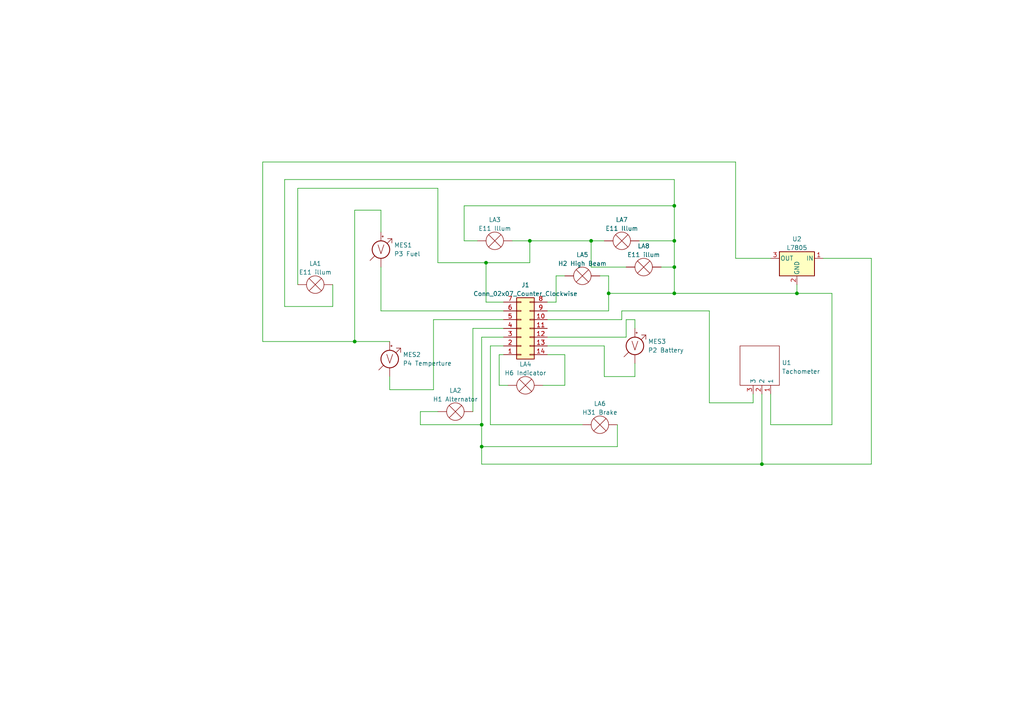
<source format=kicad_sch>
(kicad_sch (version 20211123) (generator eeschema)
  (paper "A4")
  (lib_symbols
    (symbol "Connector_Generic:Conn_02x07_Counter_Clockwise" (pin_names (offset 1.016) hide)
      (property "Reference" "J" (at 1.27 10.16 0))
      (property "Value" "Conn_02x07_Counter_Clockwise" (at 1.27 -10.16 0))
      (symbol "Conn_02x07_Counter_Clockwise_1_1"
        (rectangle (start -1.27 -7.493) (end 0 -7.747) (stroke (width 0.1524)))
        (rectangle (start -1.27 -4.953) (end 0 -5.207) (stroke (width 0.1524)))
        (rectangle (start -1.27 -2.413) (end 0 -2.667) (stroke (width 0.1524)))
        (rectangle (start -1.27 0.127) (end 0 -0.127) (stroke (width 0.1524)))
        (rectangle (start -1.27 2.667) (end 0 2.413) (stroke (width 0.1524)))
        (rectangle (start -1.27 5.207) (end 0 4.953) (stroke (width 0.1524)))
        (rectangle (start -1.27 7.747) (end 0 7.493) (stroke (width 0.1524)))
        (rectangle (start -1.27 8.89) (end 3.81 -8.89) (stroke (width 0.254)) (fill (type background)))
        (rectangle (start 3.81 -7.493) (end 2.54 -7.747) (stroke (width 0.1524)))
        (rectangle (start 3.81 -4.953) (end 2.54 -5.207) (stroke (width 0.1524)))
        (rectangle (start 3.81 -2.413) (end 2.54 -2.667) (stroke (width 0.1524)))
        (rectangle (start 3.81 0.127) (end 2.54 -0.127) (stroke (width 0.1524)))
        (rectangle (start 3.81 2.667) (end 2.54 2.413) (stroke (width 0.1524)))
        (rectangle (start 3.81 5.207) (end 2.54 4.953) (stroke (width 0.1524)))
        (rectangle (start 3.81 7.747) (end 2.54 7.493) (stroke (width 0.1524)))
        (pin passive line (at -5.08 7.62 0) (length 3.81) (name "Pin_1") (number "1"))
        (pin passive line (at 7.62 -2.54 180) (length 3.81) (name "Pin_10") (number "10"))
        (pin passive line (at 7.62 0 180) (length 3.81) (name "Pin_11") (number "11"))
        (pin passive line (at 7.62 2.54 180) (length 3.81) (name "Pin_12") (number "12"))
        (pin passive line (at 7.62 5.08 180) (length 3.81) (name "Pin_13") (number "13"))
        (pin passive line (at 7.62 7.62 180) (length 3.81) (name "Pin_14") (number "14"))
        (pin passive line (at -5.08 5.08 0) (length 3.81) (name "Pin_2") (number "2"))
        (pin passive line (at -5.08 2.54 0) (length 3.81) (name "Pin_3") (number "3"))
        (pin passive line (at -5.08 0 0) (length 3.81) (name "Pin_4") (number "4"))
        (pin passive line (at -5.08 -2.54 0) (length 3.81) (name "Pin_5") (number "5"))
        (pin passive line (at -5.08 -5.08 0) (length 3.81) (name "Pin_6") (number "6"))
        (pin passive line (at -5.08 -7.62 0) (length 3.81) (name "Pin_7") (number "7"))
        (pin passive line (at 7.62 -7.62 180) (length 3.81) (name "Pin_8") (number "8"))
        (pin passive line (at 7.62 -5.08 180) (length 3.81) (name "Pin_9") (number "9"))
      )
    )
    (symbol "Device:Lamp" (pin_numbers hide) (pin_names (offset 0.0254) hide)
      (property "Reference" "LA" (at 0.635 3.81 0))
      (property "Value" "Lamp" (at 0.635 -3.81 0))
      (symbol "Lamp_0_1"
        (polyline (pts (xy -1.778 1.778) (xy 1.778 -1.778)))
        (polyline (pts (xy 1.778 1.778) (xy -1.778 -1.778)))
        (circle (center 0 0) (radius 2.54))
      )
      (symbol "Lamp_1_1"
        (pin passive line (at 0 -5.08 90) (length 2.54) (name "-") (number "1"))
        (pin passive line (at 0 5.08 270) (length 2.54) (name "+") (number "2"))
      )
    )
    (symbol "Device:Voltmeter_DC" (pin_numbers hide) (pin_names (offset 0.0254) hide)
      (property "Reference" "MES" (at -3.302 1.016 0))
      (property "Value" "Voltmeter_DC" (at -3.302 -0.762 0))
      (symbol "Voltmeter_DC_0_0"
        (polyline (pts (xy -3.175 -3.175) (xy -1.905 -1.905)))
        (polyline (pts (xy 1.905 1.905) (xy 3.175 3.175)))
        (polyline (pts (xy 1.905 3.175) (xy 3.175 3.175) (xy 3.175 1.905)))
        (text "V" (at 0 0 0) (effects (font (size 2.54 2.54))))
      )
      (symbol "Voltmeter_DC_0_1"
        (polyline (pts (xy 0.254 3.81) (xy 0.762 3.81)))
        (polyline (pts (xy 0.508 4.064) (xy 0.508 3.556)))
        (circle (center 0 0) (radius 2.54) (stroke (width 0.254)))
      )
      (symbol "Voltmeter_DC_1_1"
        (pin passive line (at 0 -5.08 90) (length 2.54) (name "-") (number "1"))
        (pin passive line (at 0 5.08 270) (length 2.54) (name "+") (number "2"))
      )
    )
    (symbol "New_Library:Tachometer"
      (property "Reference" "U" (at 3.81 -1.27 0))
      (property "Value" "Tachometer" (at 6.35 10.16 0))
      (symbol "Tachometer_0_1"
        (rectangle (start 0 11.43) (end 11.43 0) (stroke (width 0.1524)))
      )
      (symbol "Tachometer_1_1"
        (pin input line (at -2.54 2.54 0) (length 2.54) (name "1") (number "1"))
        (pin input line (at -2.54 5.08 0) (length 2.54) (name "2") (number "2"))
        (pin input line (at -2.54 7.62 0) (length 2.54) (name "3") (number "3"))
      )
    )
    (symbol "Regulator_Linear:L7805" (pin_names (offset 0.254))
      (property "Reference" "U" (at -3.81 3.175 0))
      (property "Value" "L7805" (at 0 3.175 0))
      (symbol "L7805_0_1"
        (rectangle (start -5.08 1.905) (end 5.08 -5.08) (stroke (width 0.254)) (fill (type background)))
      )
      (symbol "L7805_1_1"
        (pin power_in line (at -7.62 0 0) (length 2.54) (name "IN") (number "1"))
        (pin power_in line (at 0 -7.62 90) (length 2.54) (name "GND") (number "2"))
        (pin power_out line (at 7.62 0 180) (length 2.54) (name "OUT") (number "3"))
      )
    )
  )
  (junction (at 139.7 123.19))
  (junction (at 153.67 69.85))
  (junction (at 195.58 69.85))
  (junction (at 220.98 134.62))
  (junction (at 102.87 99.06))
  (junction (at 195.58 59.69))
  (junction (at 231.14 85.09))
  (junction (at 195.58 77.47))
  (junction (at 195.58 85.09))
  (junction (at 139.7 129.54))
  (junction (at 140.97 76.2))
  (junction (at 176.53 85.09))
  (junction (at 171.45 69.85))
  (wire (pts (xy 148.59 69.85) (xy 153.67 69.85)))
  (wire (pts (xy 142.24 100.33) (xy 142.24 123.19)))
  (wire (pts (xy 176.53 80.01) (xy 173.99 80.01)))
  (wire (pts (xy 102.87 99.06) (xy 102.87 60.96)))
  (wire (pts (xy 195.58 59.69) (xy 195.58 69.85)))
  (wire (pts (xy 181.61 97.79) (xy 181.61 92.71)))
  (wire (pts (xy 231.14 85.09) (xy 231.14 82.55)))
  (wire (pts (xy 161.29 80.01) (xy 163.83 80.01)))
  (wire (pts (xy 223.52 123.19) (xy 241.3 123.19)))
  (wire (pts (xy 146.05 87.63) (xy 140.97 87.63)))
  (wire (pts (xy 213.36 74.93) (xy 223.52 74.93)))
  (wire (pts (xy 195.58 69.85) (xy 185.42 69.85)))
  (wire (pts (xy 158.75 102.87) (xy 163.83 102.87)))
  (wire (pts (xy 195.58 77.47) (xy 195.58 85.09)))
  (wire (pts (xy 252.73 74.93) (xy 238.76 74.93)))
  (wire (pts (xy 82.55 88.9) (xy 82.55 52.07)))
  (wire (pts (xy 144.78 111.76) (xy 147.32 111.76)))
  (wire (pts (xy 220.98 114.3) (xy 220.98 134.62)))
  (wire (pts (xy 158.75 97.79) (xy 181.61 97.79)))
  (wire (pts (xy 218.44 116.84) (xy 218.44 114.3)))
  (wire (pts (xy 140.97 76.2) (xy 140.97 87.63)))
  (wire (pts (xy 179.07 123.19) (xy 179.07 129.54)))
  (wire (pts (xy 205.74 90.17) (xy 205.74 116.84)))
  (wire (pts (xy 146.05 95.25) (xy 137.16 95.25)))
  (wire (pts (xy 163.83 111.76) (xy 157.48 111.76)))
  (wire (pts (xy 153.67 76.2) (xy 140.97 76.2)))
  (wire (pts (xy 127 54.61) (xy 86.36 54.61)))
  (wire (pts (xy 205.74 116.84) (xy 218.44 116.84)))
  (wire (pts (xy 142.24 123.19) (xy 168.91 123.19)))
  (wire (pts (xy 175.26 109.22) (xy 184.15 109.22)))
  (wire (pts (xy 171.45 77.47) (xy 171.45 69.85)))
  (wire (pts (xy 146.05 102.87) (xy 144.78 102.87)))
  (wire (pts (xy 125.73 92.71) (xy 125.73 113.03)))
  (wire (pts (xy 179.07 129.54) (xy 139.7 129.54)))
  (wire (pts (xy 96.52 88.9) (xy 82.55 88.9)))
  (wire (pts (xy 140.97 76.2) (xy 127 76.2)))
  (wire (pts (xy 82.55 52.07) (xy 195.58 52.07)))
  (wire (pts (xy 175.26 100.33) (xy 175.26 109.22)))
  (wire (pts (xy 241.3 123.19) (xy 241.3 85.09)))
  (wire (pts (xy 110.49 90.17) (xy 110.49 77.47)))
  (wire (pts (xy 176.53 85.09) (xy 195.58 85.09)))
  (wire (pts (xy 86.36 54.61) (xy 86.36 82.55)))
  (wire (pts (xy 158.75 100.33) (xy 175.26 100.33)))
  (wire (pts (xy 153.67 69.85) (xy 153.67 76.2)))
  (wire (pts (xy 76.2 99.06) (xy 76.2 46.99)))
  (wire (pts (xy 195.58 69.85) (xy 195.58 77.47)))
  (wire (pts (xy 180.34 90.17) (xy 205.74 90.17)))
  (wire (pts (xy 163.83 102.87) (xy 163.83 111.76)))
  (wire (pts (xy 139.7 97.79) (xy 139.7 123.19)))
  (wire (pts (xy 195.58 85.09) (xy 231.14 85.09)))
  (wire (pts (xy 139.7 134.62) (xy 139.7 129.54)))
  (wire (pts (xy 241.3 85.09) (xy 231.14 85.09)))
  (wire (pts (xy 181.61 77.47) (xy 171.45 77.47)))
  (wire (pts (xy 76.2 46.99) (xy 213.36 46.99)))
  (wire (pts (xy 96.52 82.55) (xy 96.52 88.9)))
  (wire (pts (xy 158.75 92.71) (xy 180.34 92.71)))
  (wire (pts (xy 158.75 87.63) (xy 161.29 87.63)))
  (wire (pts (xy 144.78 102.87) (xy 144.78 111.76)))
  (wire (pts (xy 146.05 90.17) (xy 110.49 90.17)))
  (wire (pts (xy 121.92 119.38) (xy 127 119.38)))
  (wire (pts (xy 125.73 113.03) (xy 113.03 113.03)))
  (wire (pts (xy 220.98 134.62) (xy 139.7 134.62)))
  (wire (pts (xy 146.05 92.71) (xy 125.73 92.71)))
  (wire (pts (xy 139.7 129.54) (xy 139.7 123.19)))
  (wire (pts (xy 134.62 59.69) (xy 195.58 59.69)))
  (wire (pts (xy 180.34 92.71) (xy 180.34 90.17)))
  (wire (pts (xy 121.92 123.19) (xy 121.92 119.38)))
  (wire (pts (xy 113.03 99.06) (xy 102.87 99.06)))
  (wire (pts (xy 191.77 77.47) (xy 195.58 77.47)))
  (wire (pts (xy 181.61 92.71) (xy 184.15 92.71)))
  (wire (pts (xy 139.7 123.19) (xy 121.92 123.19)))
  (wire (pts (xy 158.75 90.17) (xy 176.53 90.17)))
  (wire (pts (xy 102.87 60.96) (xy 110.49 60.96)))
  (wire (pts (xy 213.36 46.99) (xy 213.36 74.93)))
  (wire (pts (xy 171.45 69.85) (xy 175.26 69.85)))
  (wire (pts (xy 113.03 113.03) (xy 113.03 109.22)))
  (wire (pts (xy 102.87 99.06) (xy 76.2 99.06)))
  (wire (pts (xy 184.15 109.22) (xy 184.15 105.41)))
  (wire (pts (xy 110.49 60.96) (xy 110.49 67.31)))
  (wire (pts (xy 176.53 90.17) (xy 176.53 85.09)))
  (wire (pts (xy 138.43 69.85) (xy 134.62 69.85)))
  (wire (pts (xy 252.73 134.62) (xy 252.73 74.93)))
  (wire (pts (xy 127 76.2) (xy 127 54.61)))
  (wire (pts (xy 184.15 92.71) (xy 184.15 95.25)))
  (wire (pts (xy 223.52 114.3) (xy 223.52 123.19)))
  (wire (pts (xy 176.53 85.09) (xy 176.53 80.01)))
  (wire (pts (xy 134.62 69.85) (xy 134.62 59.69)))
  (wire (pts (xy 153.67 69.85) (xy 171.45 69.85)))
  (wire (pts (xy 220.98 134.62) (xy 252.73 134.62)))
  (wire (pts (xy 146.05 100.33) (xy 142.24 100.33)))
  (wire (pts (xy 137.16 95.25) (xy 137.16 119.38)))
  (wire (pts (xy 161.29 87.63) (xy 161.29 80.01)))
  (wire (pts (xy 195.58 52.07) (xy 195.58 59.69)))
  (wire (pts (xy 146.05 97.79) (xy 139.7 97.79)))
  (symbol (lib_id "Device:Lamp") (at 186.69 77.47 90) (unit 1)
    (property "Reference" "LA8" (at 186.69 71.3572 90))
    (property "Value" "E11 illum" (at 186.69 73.8941 90))
    (property "Footprint" "Library:bulb" (effects hide))
  )
  (symbol (lib_id "Device:Voltmeter_DC") (at 184.15 100.33 0) (unit 1)
    (property "Reference" "MES3" (at 187.96 99.0508 0) (effects (justify left)))
    (property "Value" "P2 Battery" (at 187.96 101.5877 0) (effects (justify left)))
    (property "Footprint" "Library:gauge" (effects hide))
  )
  (symbol (lib_id "Regulator_Linear:L7805") (at 231.14 74.93 0) (mirror y) (unit 1)
    (property "Reference" "U2" (at 231.14 69.3252 0))
    (property "Value" "L7805" (at 231.14 71.8621 0))
    (property "Footprint" "Library:regulator" (effects hide))
    (property "Datasheet" "http://www.st.com/content/ccc/resource/technical/document/datasheet/41/4f/b3/b0/12/d4/47/88/CD00000444.pdf/files/CD00000444.pdf/jcr:content/translations/en.CD00000444.pdf" (effects hide))
  )
  (symbol (lib_id "Device:Lamp") (at 91.44 82.55 90) (unit 1)
    (property "Reference" "LA1" (at 91.44 76.4372 90))
    (property "Value" "E11 illum" (at 91.44 78.9741 90))
    (property "Footprint" "Library:bulb" (effects hide))
  )
  (symbol (lib_id "Device:Lamp") (at 180.34 69.85 90) (unit 1)
    (property "Reference" "LA7" (at 180.34 63.7372 90))
    (property "Value" "E11 Illum" (at 180.34 66.2741 90))
    (property "Footprint" "Library:bulb" (effects hide))
  )
  (symbol (lib_id "Device:Lamp") (at 168.91 80.01 270) (unit 1)
    (property "Reference" "LA5" (at 168.91 73.8972 90))
    (property "Value" "H2 High Beam" (at 168.91 76.4341 90))
    (property "Footprint" "Library:bulb" (effects hide))
  )
  (symbol (lib_id "Device:Voltmeter_DC") (at 110.49 72.39 0) (unit 1)
    (property "Reference" "MES1" (at 114.3 71.1108 0) (effects (justify left)))
    (property "Value" "P3 Fuel" (at 114.3 73.6477 0) (effects (justify left)))
    (property "Footprint" "Library:gauge" (effects hide))
  )
  (symbol (lib_id "Device:Voltmeter_DC") (at 113.03 104.14 0) (unit 1)
    (property "Reference" "MES2" (at 116.84 102.8608 0) (effects (justify left)))
    (property "Value" "P4 Temperture" (at 116.84 105.3977 0) (effects (justify left)))
    (property "Footprint" "Library:gauge" (effects hide))
  )
  (symbol (lib_id "Device:Lamp") (at 132.08 119.38 90) (unit 1)
    (property "Reference" "LA2" (at 132.08 113.2672 90))
    (property "Value" "H1 Alternator" (at 132.08 115.8041 90))
    (property "Footprint" "Library:bulb" (effects hide))
  )
  (symbol (lib_id "Connector_Generic:Conn_02x07_Counter_Clockwise") (at 151.13 95.25 0) (mirror x) (unit 1)
    (property "Reference" "J1" (at 152.4 82.6602 0))
    (property "Value" "Conn_02x07_Counter_Clockwise" (at 152.4 85.1971 0))
    (property "Footprint" "Library:socket" (effects hide))
  )
  (symbol (lib_id "New_Library:Tachometer") (at 226.06 111.76 90) (unit 1)
    (property "Reference" "U1" (at 226.7712 105.2103 90) (effects (justify right)))
    (property "Value" "Tachometer" (at 226.7712 107.7472 90) (effects (justify right)))
    (property "Footprint" "Library:tachometer" (effects hide))
  )
  (symbol (lib_id "Device:Lamp") (at 152.4 111.76 270) (unit 1)
    (property "Reference" "LA4" (at 152.4 105.6472 90))
    (property "Value" "H6 Indicator" (at 152.4 108.1841 90))
    (property "Footprint" "Library:bulb" (effects hide))
  )
  (symbol (lib_id "Device:Lamp") (at 173.99 123.19 90) (unit 1)
    (property "Reference" "LA6" (at 173.99 117.0772 90))
    (property "Value" "H31 Brake" (at 173.99 119.6141 90))
    (property "Footprint" "Library:bulb" (effects hide))
  )
  (symbol (lib_id "Device:Lamp") (at 143.51 69.85 90) (unit 1)
    (property "Reference" "LA3" (at 143.51 63.7372 90))
    (property "Value" "E11 Illum" (at 143.51 66.2741 90))
    (property "Footprint" "Library:bulb" (effects hide))
  )
)
</source>
